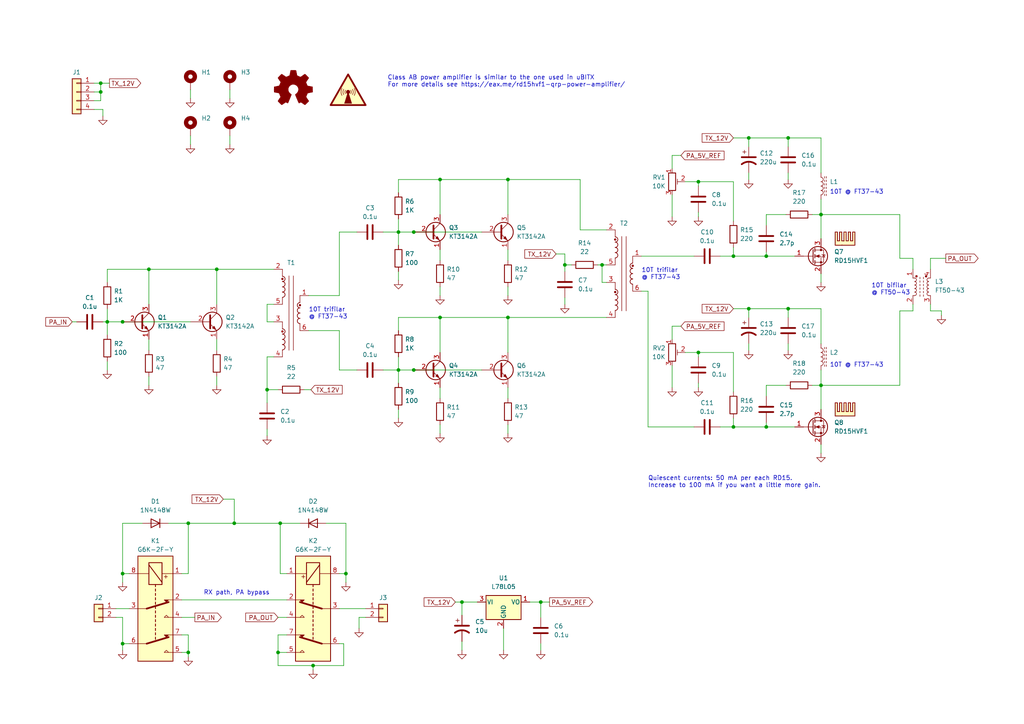
<source format=kicad_sch>
(kicad_sch (version 20230121) (generator eeschema)
  (paper "A4")
  (title_block (title "HBR/MK2 PA Board") (date "2024-02-03") (rev "1.0"))
  (lib_symbols
    (symbol "Connector_Generic:Conn_01x02" (pin_names (offset 1.016) hide)
      (property "Reference" "J" (at 0 2.54 0))
      (property "Value" "Conn_01x02" (at 0 -5.08 0))
      (symbol "Conn_01x02_1_1"
        (pin passive line (at -5.08 0 0) (length 3.81) (name "Pin_1") (number "1"))
        (pin passive line (at -5.08 -2.54 0) (length 3.81) (name "Pin_2") (number "2"))
      )
    )
    (symbol "Connector_Generic:Conn_01x04" (pin_names (offset 1.016) hide)
      (property "Reference" "J" (at 0 5.08 0))
      (property "Value" "Conn_01x04" (at 0 -7.62 0))
      (symbol "Conn_01x04_1_1"
        (pin passive line (at -5.08 2.54 0) (length 3.81) (name "Pin_1") (number "1"))
        (pin passive line (at -5.08 0 0) (length 3.81) (name "Pin_2") (number "2"))
        (pin passive line (at -5.08 -2.54 0) (length 3.81) (name "Pin_3") (number "3"))
        (pin passive line (at -5.08 -5.08 0) (length 3.81) (name "Pin_4") (number "4"))
      )
    )
    (symbol "Device:C" (pin_numbers hide) (pin_names (offset 0.254))
      (property "Reference" "C" (at 0.635 2.54 0))
      (property "Value" "C" (at 0.635 -2.54 0))
      (symbol "C_1_1"
        (pin passive line (at 0 3.81 270) (length 2.794) (name "~") (number "1"))
        (pin passive line (at 0 -3.81 90) (length 2.794) (name "~") (number "2"))
      )
    )
    (symbol "Device:C_Polarized_US" (pin_numbers hide) (pin_names (offset 0.254) hide)
      (property "Reference" "C" (at 0.635 2.54 0))
      (property "Value" "C_Polarized_US" (at 0.635 -2.54 0))
      (symbol "C_Polarized_US_1_1"
        (pin passive line (at 0 3.81 270) (length 2.794) (name "~") (number "1"))
        (pin passive line (at 0 -3.81 90) (length 3.302) (name "~") (number "2"))
      )
    )
    (symbol "Device:L_Ferrite" (pin_numbers hide) (pin_names (offset 1.016) hide)
      (property "Reference" "L" (at -1.27 0 90))
      (property "Value" "L_Ferrite" (at 2.794 0 90))
      (symbol "L_Ferrite_1_1"
        (pin passive line (at 0 3.81 270) (length 1.27) (name "1") (number "1"))
        (pin passive line (at 0 -3.81 90) (length 1.27) (name "2") (number "2"))
      )
    )
    (symbol "Device:L_Ferrite_Coupled_1243" (pin_names (offset 0.254) hide)
      (property "Reference" "L" (at 0 4.445 0))
      (property "Value" "L_Ferrite_Coupled_1243" (at 0 -4.445 0))
      (symbol "L_Ferrite_Coupled_1243_1_1"
        (pin passive line (at -5.08 2.54 0) (length 2.54) (name "1") (number "1"))
        (pin passive line (at 5.08 2.54 180) (length 2.54) (name "2") (number "2"))
        (pin passive line (at 5.08 -2.54 180) (length 2.54) (name "3") (number "3"))
        (pin passive line (at -5.08 -2.54 0) (length 2.54) (name "4") (number "4"))
      )
    )
    (symbol "Device:Q_NMOS_GSD" (pin_names (offset 0) hide)
      (property "Reference" "Q" (at 5.08 1.27 0))
      (property "Value" "Q_NMOS_GSD" (at 5.08 -1.27 0))
      (symbol "Q_NMOS_GSD_1_1"
        (pin input line (at -5.08 0 0) (length 2.54) (name "G") (number "1"))
        (pin passive line (at 2.54 -5.08 90) (length 2.54) (name "S") (number "2"))
        (pin passive line (at 2.54 5.08 270) (length 2.54) (name "D") (number "3"))
      )
    )
    (symbol "Device:Q_NPN_EBC" (pin_names (offset 0) hide)
      (property "Reference" "Q" (at 5.08 1.27 0))
      (property "Value" "Q_NPN_EBC" (at 5.08 -1.27 0))
      (symbol "Q_NPN_EBC_1_1"
        (pin passive line (at 2.54 -5.08 90) (length 2.54) (name "E") (number "1"))
        (pin passive line (at -5.08 0 0) (length 5.715) (name "B") (number "2"))
        (pin passive line (at 2.54 5.08 270) (length 2.54) (name "C") (number "3"))
      )
    )
    (symbol "Device:R" (pin_numbers hide) (pin_names (offset 0))
      (property "Reference" "R" (at 2.032 0 90))
      (property "Value" "R" (at 0 0 90))
      (symbol "R_1_1"
        (pin passive line (at 0 3.81 270) (length 1.27) (name "~") (number "1"))
        (pin passive line (at 0 -3.81 90) (length 1.27) (name "~") (number "2"))
      )
    )
    (symbol "Device:R_Potentiometer_Trim" (pin_names (offset 1.016) hide)
      (property "Reference" "RV" (at -4.445 0 90))
      (property "Value" "R_Potentiometer_Trim" (at -2.54 0 90))
      (symbol "R_Potentiometer_Trim_1_1"
        (pin passive line (at 0 3.81 270) (length 1.27) (name "1") (number "1"))
        (pin passive line (at 3.81 0 180) (length 1.27) (name "2") (number "2"))
        (pin passive line (at 0 -3.81 90) (length 1.27) (name "3") (number "3"))
      )
    )
    (symbol "Diode:1N4148W" (pin_numbers hide) (pin_names hide)
      (property "Reference" "D" (at 0 2.54 0))
      (property "Value" "1N4148W" (at 0 -2.54 0))
      (symbol "1N4148W_1_1"
        (pin passive line (at -3.81 0 0) (length 2.54) (name "K") (number "1"))
        (pin passive line (at 3.81 0 180) (length 2.54) (name "A") (number "2"))
      )
    )
    (symbol "Graphic:Logo_Open_Hardware_Small" (in_bom no) (on_board no))
    (symbol "Graphic:SYM_Radio_Waves_Large" (in_bom no) (on_board no))
    (symbol "Mechanical:Heatsink" (pin_names (offset 1.016))
      (property "Reference" "HS" (at 0 5.08 0))
      (property "Value" "Heatsink" (at 0 -1.27 0))
    )
    (symbol "Mechanical:MountingHole_Pad" (pin_numbers hide) (pin_names (offset 1.016) hide)
      (property "Reference" "H" (at 0 6.35 0))
      (property "Value" "MountingHole_Pad" (at 0 4.445 0))
      (symbol "MountingHole_Pad_1_1"
        (pin input line (at 0 -2.54 90) (length 2.54) (name "1") (number "1"))
      )
    )
    (symbol "Regulator_Linear:L78L05_TO92" (pin_names (offset 0.254))
      (property "Reference" "U" (at -3.81 3.175 0))
      (property "Value" "L78L05_TO92" (at 0 3.175 0))
      (symbol "L78L05_TO92_1_1"
        (pin power_out line (at 7.62 0 180) (length 2.54) (name "VO") (number "1"))
        (pin power_in line (at 0 -7.62 90) (length 2.54) (name "GND") (number "2"))
        (pin power_in line (at -7.62 0 0) (length 2.54) (name "VI") (number "3"))
      )
    )
    (symbol "Relay:G6K-2"
      (property "Reference" "K" (at 16.51 3.81 0))
      (property "Value" "G6K-2" (at 16.51 1.27 0))
      (symbol "G6K-2_0_0"
        (text "+" (at -9.271 2.921 0) (effects (font (size 1.27 1.27))))
      )
      (symbol "G6K-2_1_1"
        (pin passive line (at -10.16 7.62 270) (length 2.54) (name "~") (number "1"))
        (pin passive line (at -2.54 7.62 270) (length 2.54) (name "~") (number "2"))
        (pin passive line (at 0 -7.62 90) (length 2.54) (name "~") (number "3"))
        (pin passive line (at 2.54 7.62 270) (length 2.54) (name "~") (number "4"))
        (pin passive line (at 12.7 7.62 270) (length 2.54) (name "~") (number "5"))
        (pin passive line (at 10.16 -7.62 90) (length 2.54) (name "~") (number "6"))
        (pin passive line (at 7.62 7.62 270) (length 2.54) (name "~") (number "7"))
        (pin passive line (at -10.16 -7.62 90) (length 2.54) (name "~") (number "8"))
      )
    )
    (symbol "Transformer:P0926NL" (pin_names hide)
      (property "Reference" "T" (at 0 13.97 0))
      (property "Value" "P0926NL" (at 0 -13.97 0))
      (symbol "P0926NL_1_1"
        (pin passive line (at -5.08 5.08 0) (length 2.54) (name "~") (number "1"))
        (pin passive line (at 5.08 12.7 180) (length 2.54) (name "~") (number "2"))
        (pin passive line (at 5.08 -2.54 180) (length 2.54) (name "~") (number "3"))
        (pin passive line (at 5.08 -12.7 180) (length 2.54) (name "~") (number "4"))
        (pin passive line (at 5.08 2.54 180) (length 2.54) (name "~") (number "5"))
        (pin passive line (at -5.08 -5.08 0) (length 2.54) (name "~") (number "6"))
      )
    )
    (symbol "power:GND" (power) (pin_names (offset 0))
      (property "Value" "GND" (at 0 -3.81 0))
      (symbol "GND_1_1"
        (pin power_in line (at 0 0 270) (length 0) hide (name "GND") (number "1"))
      )
    )
  )
  (junction (at 238.125 62.23))
  (junction (at 212.725 123.825))
  (junction (at 147.32 92.075))
  (junction (at 212.725 74.295))
  (junction (at 133.985 174.625))
  (junction (at 127.635 52.07))
  (junction (at 217.17 89.535))
  (junction (at 115.57 67.31))
  (junction (at 217.17 40.005))
  (junction (at 127.635 92.075))
  (junction (at 147.32 52.07))
  (junction (at 31.115 93.345))
  (junction (at 81.28 151.765))
  (junction (at 156.845 174.625))
  (junction (at 174.625 76.835))
  (junction (at 222.25 74.295))
  (junction (at 67.945 151.765))
  (junction (at 29.21 24.13))
  (junction (at 120.015 67.31))
  (junction (at 202.565 102.235))
  (junction (at 62.865 78.105))
  (junction (at 228.6 89.535))
  (junction (at 54.61 151.765))
  (junction (at 77.47 113.03))
  (junction (at 43.18 78.105))
  (junction (at 80.645 189.23))
  (junction (at 120.015 107.315))
  (junction (at 100.33 166.37))
  (junction (at 54.61 189.23))
  (junction (at 163.83 76.835))
  (junction (at 90.805 193.04))
  (junction (at 115.57 107.315))
  (junction (at 238.125 111.76))
  (junction (at 222.25 123.825))
  (junction (at 228.6 40.005))
  (junction (at 35.56 93.345))
  (junction (at 35.56 186.69))
  (junction (at 35.56 166.37))
  (junction (at 29.21 26.67))
  (junction (at 202.565 52.705))
  (wire (pts (xy 89.535 95.885) (xy 98.425 95.885)))
  (wire (pts (xy 29.845 93.345) (xy 31.115 93.345)))
  (wire (pts (xy 115.57 52.07) (xy 127.635 52.07)))
  (wire (pts (xy 175.895 81.915) (xy 174.625 81.915)))
  (wire (pts (xy 80.645 193.04) (xy 80.645 189.23)))
  (wire (pts (xy 111.125 67.31) (xy 115.57 67.31)))
  (wire (pts (xy 217.17 99.695) (xy 217.17 101.6)))
  (wire (pts (xy 52.705 173.99) (xy 83.185 173.99)))
  (wire (pts (xy 104.14 179.07) (xy 106.045 179.07)))
  (wire (pts (xy 269.875 74.93) (xy 274.32 74.93)))
  (wire (pts (xy 115.57 63.5) (xy 115.57 67.31)))
  (wire (pts (xy 35.56 186.69) (xy 37.465 186.69)))
  (wire (pts (xy 127.635 72.39) (xy 127.635 75.565)))
  (wire (pts (xy 198.755 102.235) (xy 202.565 102.235)))
  (wire (pts (xy 77.47 116.84) (xy 77.47 113.03)))
  (wire (pts (xy 90.805 193.04) (xy 99.695 193.04)))
  (wire (pts (xy 43.18 78.105) (xy 43.18 88.265)))
  (wire (pts (xy 98.425 95.885) (xy 98.425 107.315)))
  (wire (pts (xy 147.32 112.395) (xy 147.32 115.57)))
  (wire (pts (xy 127.635 92.075) (xy 147.32 92.075)))
  (wire (pts (xy 35.56 93.345) (xy 55.245 93.345)))
  (wire (pts (xy 115.57 107.315) (xy 115.57 111.125)))
  (wire (pts (xy 235.585 62.23) (xy 238.125 62.23)))
  (wire (pts (xy 212.725 89.535) (xy 217.17 89.535)))
  (wire (pts (xy 230.505 123.825) (xy 222.25 123.825)))
  (wire (pts (xy 238.125 79.375) (xy 238.125 81.915)))
  (wire (pts (xy 54.61 184.15) (xy 52.705 184.15)))
  (wire (pts (xy 115.57 92.075) (xy 127.635 92.075)))
  (wire (pts (xy 222.25 111.76) (xy 227.965 111.76)))
  (wire (pts (xy 99.695 186.69) (xy 98.425 186.69)))
  (wire (pts (xy 186.055 74.295) (xy 201.295 74.295)))
  (wire (pts (xy 212.725 102.235) (xy 212.725 113.665)))
  (wire (pts (xy 31.115 104.775) (xy 31.115 107.315)))
  (wire (pts (xy 186.055 84.455) (xy 187.96 84.455)))
  (wire (pts (xy 228.6 89.535) (xy 228.6 92.075)))
  (wire (pts (xy 194.945 45.085) (xy 194.945 48.895)))
  (wire (pts (xy 100.33 166.37) (xy 100.33 151.765)))
  (wire (pts (xy 88.265 113.03) (xy 90.17 113.03)))
  (wire (pts (xy 29.21 26.67) (xy 29.21 24.13)))
  (wire (pts (xy 89.535 85.725) (xy 98.425 85.725)))
  (wire (pts (xy 54.61 190.5) (xy 54.61 189.23)))
  (wire (pts (xy 62.865 98.425) (xy 62.865 101.6)))
  (wire (pts (xy 208.915 74.295) (xy 212.725 74.295)))
  (wire (pts (xy 264.795 90.17) (xy 260.985 90.17)))
  (wire (pts (xy 27.305 24.13) (xy 29.21 24.13)))
  (wire (pts (xy 174.625 76.835) (xy 175.895 76.835)))
  (wire (pts (xy 168.275 66.675) (xy 175.895 66.675)))
  (wire (pts (xy 77.47 88.265) (xy 77.47 93.345)))
  (wire (pts (xy 54.61 151.765) (xy 48.895 151.765)))
  (wire (pts (xy 66.675 26.035) (xy 66.675 28.575)))
  (wire (pts (xy 31.115 93.345) (xy 35.56 93.345)))
  (wire (pts (xy 222.25 114.935) (xy 222.25 111.76)))
  (wire (pts (xy 202.565 52.705) (xy 202.565 53.975)))
  (wire (pts (xy 197.485 94.615) (xy 194.945 94.615)))
  (wire (pts (xy 174.625 81.915) (xy 174.625 76.835)))
  (wire (pts (xy 260.985 62.23) (xy 238.125 62.23)))
  (wire (pts (xy 264.795 88.265) (xy 264.795 90.17)))
  (wire (pts (xy 127.635 52.07) (xy 127.635 62.23)))
  (wire (pts (xy 235.585 111.76) (xy 238.125 111.76)))
  (wire (pts (xy 194.945 106.045) (xy 194.945 112.395)))
  (wire (pts (xy 163.83 86.36) (xy 163.83 88.265)))
  (wire (pts (xy 29.21 24.13) (xy 31.75 24.13)))
  (wire (pts (xy 80.645 189.23) (xy 80.645 184.15)))
  (wire (pts (xy 67.945 144.78) (xy 67.945 151.765)))
  (wire (pts (xy 147.32 92.075) (xy 147.32 102.235)))
  (wire (pts (xy 27.305 26.67) (xy 29.21 26.67)))
  (wire (pts (xy 147.32 52.07) (xy 147.32 62.23)))
  (wire (pts (xy 98.425 67.31) (xy 103.505 67.31)))
  (wire (pts (xy 62.865 109.22) (xy 62.865 111.76)))
  (wire (pts (xy 35.56 166.37) (xy 35.56 151.765)))
  (wire (pts (xy 156.845 186.69) (xy 156.845 188.595)))
  (wire (pts (xy 147.32 83.185) (xy 147.32 85.725)))
  (wire (pts (xy 147.32 123.19) (xy 147.32 125.73)))
  (wire (pts (xy 202.565 52.705) (xy 212.725 52.705)))
  (wire (pts (xy 222.25 123.825) (xy 222.25 122.555)))
  (wire (pts (xy 66.675 39.37) (xy 66.675 41.91)))
  (wire (pts (xy 217.17 89.535) (xy 228.6 89.535)))
  (wire (pts (xy 27.305 29.21) (xy 29.21 29.21)))
  (wire (pts (xy 238.125 128.905) (xy 238.125 131.445)))
  (wire (pts (xy 208.915 123.825) (xy 212.725 123.825)))
  (wire (pts (xy 100.33 166.37) (xy 98.425 166.37)))
  (wire (pts (xy 31.115 78.105) (xy 43.18 78.105)))
  (wire (pts (xy 202.565 102.235) (xy 202.565 103.505)))
  (wire (pts (xy 198.755 52.705) (xy 202.565 52.705)))
  (wire (pts (xy 54.61 189.23) (xy 54.61 184.15)))
  (wire (pts (xy 81.28 151.765) (xy 86.995 151.765)))
  (wire (pts (xy 79.375 88.265) (xy 77.47 88.265)))
  (wire (pts (xy 62.865 78.105) (xy 79.375 78.105)))
  (wire (pts (xy 29.21 29.21) (xy 29.21 26.67)))
  (wire (pts (xy 115.57 78.74) (xy 115.57 81.28)))
  (wire (pts (xy 127.635 112.395) (xy 127.635 115.57)))
  (wire (pts (xy 100.33 168.91) (xy 100.33 166.37)))
  (wire (pts (xy 133.985 174.625) (xy 133.985 178.435)))
  (wire (pts (xy 115.57 107.315) (xy 120.015 107.315)))
  (wire (pts (xy 77.47 124.46) (xy 77.47 126.365)))
  (wire (pts (xy 230.505 74.295) (xy 222.25 74.295)))
  (wire (pts (xy 228.6 99.695) (xy 228.6 101.6)))
  (wire (pts (xy 54.61 151.765) (xy 67.945 151.765)))
  (wire (pts (xy 273.05 90.17) (xy 269.875 90.17)))
  (wire (pts (xy 212.725 74.295) (xy 222.25 74.295)))
  (wire (pts (xy 187.96 123.825) (xy 201.295 123.825)))
  (wire (pts (xy 80.645 184.15) (xy 83.185 184.15)))
  (wire (pts (xy 269.875 90.17) (xy 269.875 88.265)))
  (wire (pts (xy 147.32 92.075) (xy 175.895 92.075)))
  (wire (pts (xy 35.56 179.07) (xy 35.56 186.69)))
  (wire (pts (xy 111.125 107.315) (xy 115.57 107.315)))
  (wire (pts (xy 115.57 103.505) (xy 115.57 107.315)))
  (wire (pts (xy 156.845 174.625) (xy 159.385 174.625)))
  (wire (pts (xy 147.32 52.07) (xy 168.275 52.07)))
  (wire (pts (xy 43.18 109.22) (xy 43.18 111.76)))
  (wire (pts (xy 269.875 78.105) (xy 269.875 74.93)))
  (wire (pts (xy 115.57 95.885) (xy 115.57 92.075)))
  (wire (pts (xy 238.125 111.76) (xy 238.125 118.745)))
  (wire (pts (xy 35.56 168.91) (xy 35.56 166.37)))
  (wire (pts (xy 228.6 89.535) (xy 238.125 89.535)))
  (wire (pts (xy 153.67 174.625) (xy 156.845 174.625)))
  (wire (pts (xy 197.485 45.085) (xy 194.945 45.085)))
  (wire (pts (xy 212.725 121.285) (xy 212.725 123.825)))
  (wire (pts (xy 43.18 78.105) (xy 62.865 78.105)))
  (wire (pts (xy 99.695 193.04) (xy 99.695 186.69)))
  (wire (pts (xy 217.17 89.535) (xy 217.17 92.075)))
  (wire (pts (xy 77.47 103.505) (xy 79.375 103.505)))
  (wire (pts (xy 77.47 113.03) (xy 77.47 103.505)))
  (wire (pts (xy 156.845 174.625) (xy 156.845 179.07)))
  (wire (pts (xy 202.565 102.235) (xy 212.725 102.235)))
  (wire (pts (xy 115.57 118.745) (xy 115.57 121.285)))
  (wire (pts (xy 163.83 73.66) (xy 163.83 76.835)))
  (wire (pts (xy 80.645 179.07) (xy 83.185 179.07)))
  (wire (pts (xy 35.56 179.07) (xy 33.655 179.07)))
  (wire (pts (xy 187.96 84.455) (xy 187.96 123.825)))
  (wire (pts (xy 127.635 83.185) (xy 127.635 85.725)))
  (wire (pts (xy 98.425 176.53) (xy 106.045 176.53)))
  (wire (pts (xy 260.985 74.93) (xy 260.985 62.23)))
  (wire (pts (xy 127.635 92.075) (xy 127.635 102.235)))
  (wire (pts (xy 31.115 81.915) (xy 31.115 78.105)))
  (wire (pts (xy 35.56 166.37) (xy 37.465 166.37)))
  (wire (pts (xy 115.57 67.31) (xy 120.015 67.31)))
  (wire (pts (xy 100.33 151.765) (xy 94.615 151.765)))
  (wire (pts (xy 127.635 52.07) (xy 147.32 52.07)))
  (wire (pts (xy 64.77 144.78) (xy 67.945 144.78)))
  (wire (pts (xy 132.08 174.625) (xy 133.985 174.625)))
  (wire (pts (xy 222.25 62.23) (xy 227.965 62.23)))
  (wire (pts (xy 52.705 166.37) (xy 54.61 166.37)))
  (wire (pts (xy 238.125 57.785) (xy 238.125 62.23)))
  (wire (pts (xy 77.47 113.03) (xy 80.645 113.03)))
  (wire (pts (xy 90.805 194.31) (xy 90.805 193.04)))
  (wire (pts (xy 202.565 61.595) (xy 202.565 62.865)))
  (wire (pts (xy 168.275 52.07) (xy 168.275 66.675)))
  (wire (pts (xy 212.725 52.705) (xy 212.725 64.135)))
  (wire (pts (xy 62.865 78.105) (xy 62.865 88.265)))
  (wire (pts (xy 80.645 189.23) (xy 83.185 189.23)))
  (wire (pts (xy 273.05 91.44) (xy 273.05 90.17)))
  (wire (pts (xy 238.125 62.23) (xy 238.125 69.215)))
  (wire (pts (xy 20.955 93.345) (xy 22.225 93.345)))
  (wire (pts (xy 238.125 89.535) (xy 238.125 99.695)))
  (wire (pts (xy 147.32 72.39) (xy 147.32 75.565)))
  (wire (pts (xy 194.945 56.515) (xy 194.945 62.865)))
  (wire (pts (xy 228.6 40.005) (xy 238.125 40.005)))
  (wire (pts (xy 264.795 74.93) (xy 260.985 74.93)))
  (wire (pts (xy 238.125 107.315) (xy 238.125 111.76)))
  (wire (pts (xy 133.985 174.625) (xy 138.43 174.625)))
  (wire (pts (xy 217.17 40.005) (xy 228.6 40.005)))
  (wire (pts (xy 194.945 94.615) (xy 194.945 98.425)))
  (wire (pts (xy 90.805 193.04) (xy 80.645 193.04)))
  (wire (pts (xy 98.425 85.725) (xy 98.425 67.31)))
  (wire (pts (xy 238.125 111.76) (xy 260.985 111.76)))
  (wire (pts (xy 31.115 89.535) (xy 31.115 93.345)))
  (wire (pts (xy 222.25 65.405) (xy 222.25 62.23)))
  (wire (pts (xy 55.245 26.035) (xy 55.245 28.575)))
  (wire (pts (xy 29.845 33.655) (xy 29.845 31.75)))
  (wire (pts (xy 264.795 78.105) (xy 264.795 74.93)))
  (wire (pts (xy 212.725 123.825) (xy 222.25 123.825)))
  (wire (pts (xy 120.015 107.315) (xy 139.7 107.315)))
  (wire (pts (xy 212.725 40.005) (xy 217.17 40.005)))
  (wire (pts (xy 228.6 50.165) (xy 228.6 52.07)))
  (wire (pts (xy 120.015 67.31) (xy 139.7 67.31)))
  (wire (pts (xy 228.6 40.005) (xy 228.6 42.545)))
  (wire (pts (xy 146.05 182.245) (xy 146.05 188.595)))
  (wire (pts (xy 83.185 166.37) (xy 81.28 166.37)))
  (wire (pts (xy 52.705 179.07) (xy 56.515 179.07)))
  (wire (pts (xy 202.565 111.125) (xy 202.565 112.395)))
  (wire (pts (xy 33.655 176.53) (xy 37.465 176.53)))
  (wire (pts (xy 55.245 39.37) (xy 55.245 41.91)))
  (wire (pts (xy 163.83 78.74) (xy 163.83 76.835)))
  (wire (pts (xy 212.725 71.755) (xy 212.725 74.295)))
  (wire (pts (xy 54.61 166.37) (xy 54.61 151.765)))
  (wire (pts (xy 217.17 50.165) (xy 217.17 52.07)))
  (wire (pts (xy 35.56 186.69) (xy 35.56 188.595)))
  (wire (pts (xy 27.305 31.75) (xy 29.845 31.75)))
  (wire (pts (xy 104.14 182.245) (xy 104.14 179.07)))
  (wire (pts (xy 98.425 107.315) (xy 103.505 107.315)))
  (wire (pts (xy 115.57 55.88) (xy 115.57 52.07)))
  (wire (pts (xy 77.47 93.345) (xy 79.375 93.345)))
  (wire (pts (xy 67.945 151.765) (xy 81.28 151.765)))
  (wire (pts (xy 217.17 40.005) (xy 217.17 42.545)))
  (wire (pts (xy 222.25 74.295) (xy 222.25 73.025)))
  (wire (pts (xy 31.115 93.345) (xy 31.115 97.155)))
  (wire (pts (xy 133.985 186.055) (xy 133.985 188.595)))
  (wire (pts (xy 260.985 90.17) (xy 260.985 111.76)))
  (wire (pts (xy 115.57 67.31) (xy 115.57 71.12)))
  (wire (pts (xy 52.705 189.23) (xy 54.61 189.23)))
  (wire (pts (xy 81.28 166.37) (xy 81.28 151.765)))
  (wire (pts (xy 35.56 151.765) (xy 41.275 151.765)))
  (wire (pts (xy 163.83 76.835) (xy 165.735 76.835)))
  (wire (pts (xy 161.29 73.66) (xy 163.83 73.66)))
  (wire (pts (xy 173.355 76.835) (xy 174.625 76.835)))
  (wire (pts (xy 127.635 123.19) (xy 127.635 125.73)))
  (wire (pts (xy 43.18 98.425) (xy 43.18 101.6)))
  (wire (pts (xy 238.125 40.005) (xy 238.125 50.165)))
  (text "10T trifilar\n@ FT37-43" (at 186.055 81.28 0) (effects (font (size 1.27 1.27)) (justify left bottom)))
  (text "10T bifilar\n@ FT50-43" (at 252.73 85.725 0) (effects (font (size 1.27 1.27)) (justify left bottom)))
  (text "10T @ FT37-43" (at 240.665 106.68 0) (effects (font (size 1.27 1.27)) (justify left bottom)))
  (text "Quiescent currents: 50 mA per each RD15.\nIncrease to 100 mA if you want a little more gain." (at 187.96 141.605 0) (effects (font (size 1.27 1.27)) (justify left bottom)))
  (text "RX path, PA bypass" (at 59.055 172.72 0) (effects (font (size 1.27 1.27)) (justify left bottom)))
  (text "10T trifilar\n@ FT37-43" (at 89.535 92.71 0) (effects (font (size 1.27 1.27)) (justify left bottom)))
  (text "Class AB power amplifier is similar to the one used in uBITX\nFor more details see https://eax.me/rd15hvf1-qrp-power-amplifier/" (at 112.395 25.4 0) (effects (font (size 1.27 1.27)) (justify left bottom)))
  (text "10T @ FT37-43" (at 240.665 56.515 0) (effects (font (size 1.27 1.27)) (justify left bottom)))
  (global_label "TX_12V" (shape input) (at 212.725 40.005 180) (property "Intersheetrefs" "${INTERSHEET_REFS}" (effects hide)))
  (global_label "PA_OUT" (shape input) (at 80.645 179.07 180) (property "Intersheetrefs" "${INTERSHEET_REFS}" (effects hide)))
  (global_label "TX_12V" (shape input) (at 132.08 174.625 180) (property "Intersheetrefs" "${INTERSHEET_REFS}" (effects hide)))
  (global_label "PA_OUT" (shape output) (at 274.32 74.93 0) (property "Intersheetrefs" "${INTERSHEET_REFS}" (effects hide)))
  (global_label "PA_IN" (shape input) (at 20.955 93.345 180) (property "Intersheetrefs" "${INTERSHEET_REFS}" (effects hide)))
  (global_label "PA_5V_REF" (shape input) (at 197.485 94.615 0) (property "Intersheetrefs" "${INTERSHEET_REFS}" (effects hide)))
  (global_label "TX_12V" (shape input) (at 212.725 89.535 180) (property "Intersheetrefs" "${INTERSHEET_REFS}" (effects hide)))
  (global_label "PA_IN" (shape output) (at 56.515 179.07 0) (property "Intersheetrefs" "${INTERSHEET_REFS}" (effects hide)))
  (global_label "PA_5V_REF" (shape input) (at 197.485 45.085 0) (property "Intersheetrefs" "${INTERSHEET_REFS}" (effects hide)))
  (global_label "TX_12V" (shape input) (at 64.77 144.78 180) (property "Intersheetrefs" "${INTERSHEET_REFS}" (effects hide)))
  (global_label "PA_5V_REF" (shape output) (at 159.385 174.625 0) (property "Intersheetrefs" "${INTERSHEET_REFS}" (effects hide)))
  (global_label "TX_12V" (shape output) (at 31.75 24.13 0) (property "Intersheetrefs" "${INTERSHEET_REFS}" (effects hide)))
  (global_label "TX_12V" (shape input) (at 90.17 113.03 0) (property "Intersheetrefs" "${INTERSHEET_REFS}" (effects hide)))
  (global_label "TX_12V" (shape input) (at 161.29 73.66 180) (property "Intersheetrefs" "${INTERSHEET_REFS}" (effects hide)))
  (symbol (lib_id "Mechanical:MountingHole_Pad") (at 55.245 36.83 0) (unit 1) (in_bom no)
    (property "Reference" "H2" (at 58.42 34.29 0) (effects (justify left)))
    (property "Value" "MountingHole_Pad" (effects hide))
    (property "Footprint" "MountingHole:MountingHole_3.5mm_Pad_Via" (effects hide))
  )
  (symbol (lib_id "power:GND") (at 127.635 85.725 0) (unit 1)
    (property "Reference" "#PWR016" (effects hide))
    (property "Value" "GND" (effects hide))
  )
  (symbol (lib_id "Device:R") (at 212.725 67.945 180) (unit 1)
    (property "Reference" "R15" (at 214.63 66.675 0) (effects (justify right)))
    (property "Value" "220" (at 214.63 69.215 0) (effects (justify right)))
    (property "Footprint" "Resistor_SMD:R_0805_2012Metric_Pad1.20x1.40mm_HandSolder" (effects hide))
  )
  (symbol (lib_id "Connector_Generic:Conn_01x02") (at 111.125 176.53 0) (unit 1) (in_bom no)
    (property "Reference" "J3" (at 111.125 173.355 0))
    (property "Value" "Conn_01x02" (effects hide))
    (property "Footprint" "Connector_PinHeader_2.54mm:PinHeader_1x02_P2.54mm_Vertical" (effects hide))
  )
  (symbol (lib_id "Device:L_Ferrite_Coupled_1243") (at 267.335 83.185 90) (mirror x) (unit 1)
    (property "Reference" "L3" (at 271.145 81.661 90) (effects (justify right)))
    (property "Value" "FT50-43" (at 271.145 84.201 90) (effects (justify right)))
    (property "Footprint" "Package_DIP:DIP-4_W10.16mm" (effects hide))
  )
  (symbol (lib_id "power:GND") (at 100.33 168.91 0) (mirror y) (unit 1)
    (property "Reference" "#PWR012" (effects hide))
    (property "Value" "GND" (effects hide))
  )
  (symbol (lib_id "Transformer:P0926NL") (at 180.975 79.375 0) (mirror y) (unit 1)
    (property "Reference" "T2" (at 180.975 64.77 0))
    (property "Value" "FT37-43" (effects hide))
    (property "Footprint" "Package_DIP:DIP-6_W7.62mm" (effects hide))
    (property "Datasheet" "https://productfinder.pulseeng.com/products/datasheets/SPM2007_61.pdf" (effects hide))
  )
  (symbol (lib_id "power:GND") (at 55.245 41.91 0) (unit 1)
    (property "Reference" "#PWR07" (effects hide))
    (property "Value" "GND" (effects hide))
  )
  (symbol (lib_id "power:GND") (at 217.17 52.07 0) (unit 1)
    (property "Reference" "#PWR028" (effects hide))
    (property "Value" "GND" (effects hide))
  )
  (symbol (lib_id "power:GND") (at 273.05 91.44 0) (unit 1)
    (property "Reference" "#PWR034" (effects hide))
    (property "Value" "GND" (effects hide))
  )
  (symbol (lib_id "power:GND") (at 43.18 111.76 0) (unit 1)
    (property "Reference" "#PWR05" (effects hide))
    (property "Value" "GND" (effects hide))
  )
  (symbol (lib_id "power:GND") (at 29.845 33.655 0) (unit 1)
    (property "Reference" "#PWR01" (effects hide))
    (property "Value" "GND" (effects hide))
  )
  (symbol (lib_id "Device:R") (at 31.115 85.725 0) (unit 1)
    (property "Reference" "R1" (at 33.02 84.455 0) (effects (justify left)))
    (property "Value" "1K" (at 33.02 86.995 0) (effects (justify left)))
    (property "Footprint" "Resistor_SMD:R_0805_2012Metric_Pad1.20x1.40mm_HandSolder" (effects hide))
  )
  (symbol (lib_id "power:GND") (at 35.56 168.91 0) (unit 1)
    (property "Reference" "#PWR04" (effects hide))
    (property "Value" "GND" (effects hide))
  )
  (symbol (lib_id "Device:C") (at 202.565 107.315 0) (unit 1)
    (property "Reference" "C9" (at 206.375 106.045 0) (effects (justify left)))
    (property "Value" "0.1u" (at 206.375 108.585 0) (effects (justify left)))
    (property "Footprint" "Capacitor_SMD:C_0805_2012Metric_Pad1.18x1.45mm_HandSolder" (effects hide))
  )
  (symbol (lib_id "power:GND") (at 228.6 52.07 0) (unit 1)
    (property "Reference" "#PWR030" (effects hide))
    (property "Value" "GND" (effects hide))
  )
  (symbol (lib_id "Device:R") (at 127.635 119.38 0) (unit 1)
    (property "Reference" "R11" (at 129.54 118.11 0) (effects (justify left)))
    (property "Value" "47" (at 129.54 120.65 0) (effects (justify left)))
    (property "Footprint" "Resistor_SMD:R_0805_2012Metric_Pad1.20x1.40mm_HandSolder" (effects hide))
  )
  (symbol (lib_id "Mechanical:MountingHole_Pad") (at 55.245 23.495 0) (unit 1) (in_bom no)
    (property "Reference" "H1" (at 58.42 20.955 0) (effects (justify left)))
    (property "Value" "MountingHole_Pad" (effects hide))
    (property "Footprint" "MountingHole:MountingHole_3.5mm_Pad_Via" (effects hide))
  )
  (symbol (lib_id "power:GND") (at 228.6 101.6 0) (unit 1)
    (property "Reference" "#PWR031" (effects hide))
    (property "Value" "GND" (effects hide))
  )
  (symbol (lib_id "power:GND") (at 115.57 81.28 0) (unit 1)
    (property "Reference" "#PWR014" (effects hide))
    (property "Value" "GND" (effects hide))
  )
  (symbol (lib_id "Device:C_Polarized_US") (at 217.17 95.885 0) (unit 1)
    (property "Reference" "C13" (at 220.345 93.98 0) (effects (justify left)))
    (property "Value" "220u" (at 220.345 96.52 0) (effects (justify left)))
    (property "Footprint" "Capacitor_SMD:CP_Elec_8x10.5" (effects hide))
  )
  (symbol (lib_id "Device:R") (at 127.635 79.375 0) (unit 1)
    (property "Reference" "R10" (at 129.54 78.105 0) (effects (justify left)))
    (property "Value" "47" (at 129.54 80.645 0) (effects (justify left)))
    (property "Footprint" "Resistor_SMD:R_0805_2012Metric_Pad1.20x1.40mm_HandSolder" (effects hide))
  )
  (symbol (lib_id "Device:R") (at 115.57 114.935 0) (unit 1)
    (property "Reference" "R9" (at 117.475 113.665 0) (effects (justify left)))
    (property "Value" "100" (at 117.475 116.205 0) (effects (justify left)))
    (property "Footprint" "Resistor_SMD:R_0805_2012Metric_Pad1.20x1.40mm_HandSolder" (effects hide))
  )
  (symbol (lib_id "power:GND") (at 104.14 182.245 0) (mirror y) (unit 1)
    (property "Reference" "#PWR013" (effects hide))
    (property "Value" "GND" (effects hide))
  )
  (symbol (lib_id "Device:Q_NPN_EBC") (at 144.78 107.315 0) (unit 1)
    (property "Reference" "Q6" (at 149.86 106.045 0) (effects (justify left)))
    (property "Value" "KT3142A" (at 149.86 108.585 0) (effects (justify left)))
    (property "Footprint" "Package_TO_SOT_THT:TO-18-3" (effects hide))
  )
  (symbol (lib_id "Device:C") (at 202.565 57.785 0) (unit 1)
    (property "Reference" "C8" (at 206.375 56.515 0) (effects (justify left)))
    (property "Value" "0.1u" (at 206.375 59.055 0) (effects (justify left)))
    (property "Footprint" "Capacitor_SMD:C_0805_2012Metric_Pad1.18x1.45mm_HandSolder" (effects hide))
  )
  (symbol (lib_id "power:GND") (at 115.57 121.285 0) (unit 1)
    (property "Reference" "#PWR015" (effects hide))
    (property "Value" "GND" (effects hide))
  )
  (symbol (lib_id "Device:C") (at 228.6 95.885 0) (unit 1)
    (property "Reference" "C17" (at 232.41 94.615 0) (effects (justify left)))
    (property "Value" "0.1u" (at 232.41 97.155 0) (effects (justify left)))
    (property "Footprint" "Capacitor_SMD:C_0805_2012Metric_Pad1.18x1.45mm_HandSolder" (effects hide))
  )
  (symbol (lib_id "power:GND") (at 133.985 188.595 0) (unit 1)
    (property "Reference" "#PWR018" (effects hide))
    (property "Value" "GND" (effects hide))
  )
  (symbol (lib_id "Device:C") (at 228.6 46.355 0) (unit 1)
    (property "Reference" "C16" (at 232.41 45.085 0) (effects (justify left)))
    (property "Value" "0.1u" (at 232.41 47.625 0) (effects (justify left)))
    (property "Footprint" "Capacitor_SMD:C_0805_2012Metric_Pad1.18x1.45mm_HandSolder" (effects hide))
  )
  (symbol (lib_id "Relay:G6K-2") (at 90.805 176.53 90) (mirror x) (unit 1)
    (property "Reference" "K2" (at 90.805 156.845 90))
    (property "Value" "G6K-2F-Y" (at 90.805 159.385 90))
    (property "Footprint" "Relay_SMD:Relay_DPDT_Omron_G6K-2F-Y" (effects hide))
    (property "Datasheet" "http://omronfs.omron.com/en_US/ecb/products/pdf/en-g6k.pdf" (effects hide))
  )
  (symbol (lib_id "Connector_Generic:Conn_01x04") (at 22.225 26.67 0) (mirror y) (unit 1) (in_bom no)
    (property "Reference" "J1" (at 22.225 20.955 0))
    (property "Value" "Conn_01x04" (effects hide))
    (property "Footprint" "Connector_PinHeader_2.54mm:PinHeader_1x04_P2.54mm_Vertical" (effects hide))
  )
  (symbol (lib_id "Device:R") (at 147.32 79.375 0) (unit 1)
    (property "Reference" "R12" (at 149.225 78.105 0) (effects (justify left)))
    (property "Value" "47" (at 149.225 80.645 0) (effects (justify left)))
    (property "Footprint" "Resistor_SMD:R_0805_2012Metric_Pad1.20x1.40mm_HandSolder" (effects hide))
  )
  (symbol (lib_id "Device:C") (at 163.83 82.55 0) (unit 1)
    (property "Reference" "C7" (at 167.64 81.28 0) (effects (justify left)))
    (property "Value" "0.1u" (at 167.64 83.82 0) (effects (justify left)))
    (property "Footprint" "Capacitor_SMD:C_0805_2012Metric_Pad1.18x1.45mm_HandSolder" (effects hide))
  )
  (symbol (lib_id "power:GND") (at 156.845 188.595 0) (unit 1)
    (property "Reference" "#PWR022" (effects hide))
    (property "Value" "GND" (effects hide))
  )
  (symbol (lib_id "power:GND") (at 127.635 125.73 0) (unit 1)
    (property "Reference" "#PWR017" (effects hide))
    (property "Value" "GND" (effects hide))
  )
  (symbol (lib_id "Device:R") (at 62.865 105.41 0) (unit 1)
    (property "Reference" "R4" (at 64.77 104.14 0) (effects (justify left)))
    (property "Value" "47" (at 64.77 106.68 0) (effects (justify left)))
    (property "Footprint" "Resistor_SMD:R_0805_2012Metric_Pad1.20x1.40mm_HandSolder" (effects hide))
  )
  (symbol (lib_id "power:GND") (at 238.125 81.915 0) (unit 1)
    (property "Reference" "#PWR032" (effects hide))
    (property "Value" "GND" (effects hide))
  )
  (symbol (lib_id "Device:R") (at 169.545 76.835 90) (unit 1)
    (property "Reference" "R14" (at 169.545 70.485 90))
    (property "Value" "22" (at 169.545 73.025 90))
    (property "Footprint" "Resistor_SMD:R_0805_2012Metric_Pad1.20x1.40mm_HandSolder" (effects hide))
  )
  (symbol (lib_id "Device:Q_NPN_EBC") (at 40.64 93.345 0) (unit 1)
    (property "Reference" "Q1" (at 45.72 92.075 0) (effects (justify left)))
    (property "Value" "KT3142A" (at 45.72 94.615 0) (effects (justify left)))
    (property "Footprint" "Package_TO_SOT_THT:TO-18-3" (effects hide))
  )
  (symbol (lib_id "power:GND") (at 147.32 85.725 0) (unit 1)
    (property "Reference" "#PWR020" (effects hide))
    (property "Value" "GND" (effects hide))
  )
  (symbol (lib_id "power:GND") (at 202.565 62.865 0) (unit 1)
    (property "Reference" "#PWR026" (effects hide))
    (property "Value" "GND" (effects hide))
  )
  (symbol (lib_id "power:GND") (at 31.115 107.315 0) (unit 1)
    (property "Reference" "#PWR02" (effects hide))
    (property "Value" "GND" (effects hide))
  )
  (symbol (lib_id "Device:C_Polarized_US") (at 217.17 46.355 0) (unit 1)
    (property "Reference" "C12" (at 220.345 44.45 0) (effects (justify left)))
    (property "Value" "220u" (at 220.345 46.99 0) (effects (justify left)))
    (property "Footprint" "Capacitor_SMD:CP_Elec_8x10.5" (effects hide))
  )
  (symbol (lib_id "power:GND") (at 35.56 188.595 0) (unit 1)
    (property "Reference" "#PWR03" (effects hide))
    (property "Value" "GND" (effects hide))
  )
  (symbol (lib_id "Device:R") (at 115.57 74.93 0) (unit 1)
    (property "Reference" "R7" (at 117.475 73.66 0) (effects (justify left)))
    (property "Value" "100" (at 117.475 76.2 0) (effects (justify left)))
    (property "Footprint" "Resistor_SMD:R_0805_2012Metric_Pad1.20x1.40mm_HandSolder" (effects hide))
  )
  (symbol (lib_id "power:GND") (at 66.675 28.575 0) (unit 1)
    (property "Reference" "#PWR09" (effects hide))
    (property "Value" "GND" (effects hide))
  )
  (symbol (lib_id "Diode:1N4148W") (at 90.805 151.765 0) (unit 1)
    (property "Reference" "D2" (at 90.805 145.415 0))
    (property "Value" "1N4148W" (at 90.805 147.955 0))
    (property "Footprint" "Diode_SMD:D_SOD-123" (effects hide))
    (property "Datasheet" "https://www.vishay.com/docs/85748/1n4148w.pdf" (effects hide))
    (property "Sim.Device" "D" (effects hide))
    (property "Sim.Pins" "1=K 2=A" (effects hide))
  )
  (symbol (lib_id "Device:C") (at 205.105 123.825 90) (unit 1)
    (property "Reference" "C11" (at 205.105 116.84 90))
    (property "Value" "0.1u" (at 205.105 119.38 90))
    (property "Footprint" "Capacitor_SMD:C_0805_2012Metric_Pad1.18x1.45mm_HandSolder" (effects hide))
  )
  (symbol (lib_id "Device:R") (at 115.57 59.69 0) (unit 1)
    (property "Reference" "R6" (at 117.475 58.42 0) (effects (justify left)))
    (property "Value" "1K" (at 117.475 60.96 0) (effects (justify left)))
    (property "Footprint" "Resistor_SMD:R_0805_2012Metric_Pad1.20x1.40mm_HandSolder" (effects hide))
  )
  (symbol (lib_id "Device:R") (at 212.725 117.475 180) (unit 1)
    (property "Reference" "R16" (at 214.63 116.205 0) (effects (justify right)))
    (property "Value" "220" (at 214.63 118.745 0) (effects (justify right)))
    (property "Footprint" "Resistor_SMD:R_0805_2012Metric_Pad1.20x1.40mm_HandSolder" (effects hide))
  )
  (symbol (lib_id "power:GND") (at 62.865 111.76 0) (unit 1)
    (property "Reference" "#PWR08" (effects hide))
    (property "Value" "GND" (effects hide))
  )
  (symbol (lib_id "Device:R_Potentiometer_Trim") (at 194.945 102.235 0) (unit 1)
    (property "Reference" "RV2" (at 193.04 100.965 0) (effects (justify right)))
    (property "Value" "10K" (at 193.04 103.505 0) (effects (justify right)))
    (property "Footprint" "Potentiometer_THT:Potentiometer_Bourns_3296W_Vertical" (effects hide))
  )
  (symbol (lib_id "Device:C") (at 107.315 107.315 90) (unit 1)
    (property "Reference" "C4" (at 107.315 100.33 90))
    (property "Value" "0.1u" (at 107.315 102.87 90))
    (property "Footprint" "Capacitor_SMD:C_0805_2012Metric_Pad1.18x1.45mm_HandSolder" (effects hide))
  )
  (symbol (lib_id "Device:Q_NPN_EBC") (at 60.325 93.345 0) (unit 1)
    (property "Reference" "Q2" (at 65.405 92.075 0) (effects (justify left)))
    (property "Value" "KT3142A" (at 65.405 94.615 0) (effects (justify left)))
    (property "Footprint" "Package_TO_SOT_THT:TO-18-3" (effects hide))
  )
  (symbol (lib_id "Device:R") (at 43.18 105.41 0) (unit 1)
    (property "Reference" "R3" (at 45.085 104.14 0) (effects (justify left)))
    (property "Value" "47" (at 45.085 106.68 0) (effects (justify left)))
    (property "Footprint" "Resistor_SMD:R_0805_2012Metric_Pad1.20x1.40mm_HandSolder" (effects hide))
  )
  (symbol (lib_id "Connector_Generic:Conn_01x02") (at 28.575 176.53 0) (mirror y) (unit 1) (in_bom no)
    (property "Reference" "J2" (at 28.575 173.355 0))
    (property "Value" "Conn_01x02" (effects hide))
    (property "Footprint" "Connector_PinHeader_2.54mm:PinHeader_1x02_P2.54mm_Vertical" (effects hide))
  )
  (symbol (lib_id "power:GND") (at 146.05 188.595 0) (unit 1)
    (property "Reference" "#PWR019" (effects hide))
    (property "Value" "GND" (effects hide))
  )
  (symbol (lib_id "Regulator_Linear:L78L05_TO92") (at 146.05 174.625 0) (unit 1)
    (property "Reference" "U1" (at 146.05 167.64 0))
    (property "Value" "L78L05" (at 146.05 170.18 0))
    (property "Footprint" "Package_TO_SOT_THT:TO-92_HandSolder" (effects hide))
    (property "Datasheet" "http://www.st.com/content/ccc/resource/technical/document/datasheet/15/55/e5/aa/23/5b/43/fd/CD00000446.pdf/files/CD00000446.pdf/jcr:content/translations/en.CD00000446.pdf" (effects hide))
  )
  (symbol (lib_id "Device:R") (at 147.32 119.38 0) (unit 1)
    (property "Reference" "R13" (at 149.225 118.11 0) (effects (justify left)))
    (property "Value" "47" (at 149.225 120.65 0) (effects (justify left)))
    (property "Footprint" "Resistor_SMD:R_0805_2012Metric_Pad1.20x1.40mm_HandSolder" (effects hide))
  )
  (symbol (lib_id "Graphic:Logo_Open_Hardware_Small") (at 85.09 26.035 0) (unit 1) (in_bom no)
    (property "Reference" "SYM1" (effects hide))
    (property "Value" "Logo_Open_Hardware_Small" (effects hide))
    (property "Footprint" "Symbol:OSHW-Logo2_9.8x8mm_SilkScreen" (effects hide))
    (property "Sim.Enable" "0" (effects hide))
  )
  (symbol (lib_id "Device:R") (at 231.775 62.23 90) (unit 1)
    (property "Reference" "R17" (at 231.775 55.88 90))
    (property "Value" "220" (at 231.775 58.42 90))
    (property "Footprint" "Resistor_SMD:R_0805_2012Metric_Pad1.20x1.40mm_HandSolder" (effects hide))
  )
  (symbol (lib_id "power:GND") (at 202.565 112.395 0) (unit 1)
    (property "Reference" "#PWR027" (effects hide))
    (property "Value" "GND" (effects hide))
  )
  (symbol (lib_id "Device:C_Polarized_US") (at 133.985 182.245 0) (unit 1)
    (property "Reference" "C5" (at 137.795 180.34 0) (effects (justify left)))
    (property "Value" "10u" (at 137.795 182.88 0) (effects (justify left)))
    (property "Footprint" "Capacitor_SMD:CP_Elec_4x5.4" (effects hide))
  )
  (symbol (lib_id "Mechanical:Heatsink") (at 245.11 120.65 0) (unit 1) (in_bom no) (on_board no)
    (property "Reference" "HS2" (effects hide))
    (property "Value" "Heatsink" (effects hide))
  )
  (symbol (lib_id "Device:C") (at 222.25 118.745 0) (unit 1)
    (property "Reference" "C15" (at 226.06 117.475 0) (effects (justify left)))
    (property "Value" "2.7p" (at 226.06 120.015 0) (effects (justify left)))
    (property "Footprint" "Capacitor_SMD:C_0805_2012Metric_Pad1.18x1.45mm_HandSolder" (effects hide))
  )
  (symbol (lib_id "Device:C") (at 77.47 120.65 0) (unit 1)
    (property "Reference" "C2" (at 81.28 119.38 0) (effects (justify left)))
    (property "Value" "0.1u" (at 81.28 121.92 0) (effects (justify left)))
    (property "Footprint" "Capacitor_SMD:C_0805_2012Metric_Pad1.18x1.45mm_HandSolder" (effects hide))
  )
  (symbol (lib_id "Device:R") (at 31.115 100.965 0) (unit 1)
    (property "Reference" "R2" (at 33.02 99.695 0) (effects (justify left)))
    (property "Value" "100" (at 33.02 102.235 0) (effects (justify left)))
    (property "Footprint" "Resistor_SMD:R_0805_2012Metric_Pad1.20x1.40mm_HandSolder" (effects hide))
  )
  (symbol (lib_id "Mechanical:Heatsink") (at 245.11 71.12 0) (unit 1) (in_bom no) (on_board no)
    (property "Reference" "HS1" (effects hide))
    (property "Value" "Heatsink" (effects hide))
  )
  (symbol (lib_id "Transformer:P0926NL") (at 84.455 90.805 0) (mirror y) (unit 1)
    (property "Reference" "T1" (at 84.455 76.2 0))
    (property "Value" "FT37-43" (effects hide))
    (property "Footprint" "Package_DIP:DIP-6_W7.62mm" (effects hide))
    (property "Datasheet" "https://productfinder.pulseeng.com/products/datasheets/SPM2007_61.pdf" (effects hide))
  )
  (symbol (lib_id "Device:L_Ferrite") (at 238.125 53.975 0) (unit 1)
    (property "Reference" "L1" (at 240.665 52.705 0) (effects (justify left)))
    (property "Value" "FT37-43" (effects hide))
    (property "Footprint" "Inductor_THT:L_Toroid_Vertical_L10.0mm_W5.0mm_P5.08mm" (effects hide))
  )
  (symbol (lib_id "power:GND") (at 66.675 41.91 0) (unit 1)
    (property "Reference" "#PWR010" (effects hide))
    (property "Value" "GND" (effects hide))
  )
  (symbol (lib_id "Device:R_Potentiometer_Trim") (at 194.945 52.705 0) (unit 1)
    (property "Reference" "RV1" (at 193.04 51.435 0) (effects (justify right)))
    (property "Value" "10K" (at 193.04 53.975 0) (effects (justify right)))
    (property "Footprint" "Potentiometer_THT:Potentiometer_Bourns_3296W_Vertical" (effects hide))
  )
  (symbol (lib_id "Device:C") (at 156.845 182.88 0) (unit 1)
    (property "Reference" "C6" (at 160.655 181.61 0) (effects (justify left)))
    (property "Value" "0.1u" (at 160.655 184.15 0) (effects (justify left)))
    (property "Footprint" "Capacitor_SMD:C_0805_2012Metric_Pad1.18x1.45mm_HandSolder" (effects hide))
  )
  (symbol (lib_id "Device:C") (at 205.105 74.295 90) (unit 1)
    (property "Reference" "C10" (at 205.105 67.31 90))
    (property "Value" "0.1u" (at 205.105 69.85 90))
    (property "Footprint" "Capacitor_SMD:C_0805_2012Metric_Pad1.18x1.45mm_HandSolder" (effects hide))
  )
  (symbol (lib_id "Device:C") (at 222.25 69.215 0) (unit 1)
    (property "Reference" "C14" (at 226.06 67.945 0) (effects (justify left)))
    (property "Value" "2.7p" (at 226.06 70.485 0) (effects (justify left)))
    (property "Footprint" "Capacitor_SMD:C_0805_2012Metric_Pad1.18x1.45mm_HandSolder" (effects hide))
  )
  (symbol (lib_id "Mechanical:MountingHole_Pad") (at 66.675 23.495 0) (unit 1) (in_bom no)
    (property "Reference" "H3" (at 69.85 20.955 0) (effects (justify left)))
    (property "Value" "MountingHole_Pad" (effects hide))
    (property "Footprint" "MountingHole:MountingHole_3.5mm_Pad_Via" (effects hide))
  )
  (symbol (lib_id "Device:Q_NMOS_GSD") (at 235.585 74.295 0) (unit 1)
    (property "Reference" "Q7" (at 241.935 73.025 0) (effects (justify left)))
    (property "Value" "RD15HVF1" (at 241.935 75.565 0) (effects (justify left)))
    (property "Footprint" "Package_TO_SOT_THT:TO-220-3_Horizontal_TabDown" (effects hide))
  )
  (symbol (lib_id "Device:R") (at 115.57 99.695 0) (unit 1)
    (property "Reference" "R8" (at 117.475 98.425 0) (effects (justify left)))
    (property "Value" "1K" (at 117.475 100.965 0) (effects (justify left)))
    (property "Footprint" "Resistor_SMD:R_0805_2012Metric_Pad1.20x1.40mm_HandSolder" (effects hide))
  )
  (symbol (lib_id "Device:Q_NPN_EBC") (at 144.78 67.31 0) (unit 1)
    (property "Reference" "Q5" (at 149.86 66.04 0) (effects (justify left)))
    (property "Value" "KT3142A" (at 149.86 68.58 0) (effects (justify left)))
    (property "Footprint" "Package_TO_SOT_THT:TO-18-3" (effects hide))
  )
  (symbol (lib_id "power:GND") (at 238.125 131.445 0) (unit 1)
    (property "Reference" "#PWR033" (effects hide))
    (property "Value" "GND" (effects hide))
  )
  (symbol (lib_id "Device:L_Ferrite") (at 238.125 103.505 0) (unit 1)
    (property "Reference" "L2" (at 240.665 102.235 0) (effects (justify left)))
    (property "Value" "FT37-43" (effects hide))
    (property "Footprint" "Inductor_THT:L_Toroid_Vertical_L10.0mm_W5.0mm_P5.08mm" (effects hide))
  )
  (symbol (lib_id "power:GND") (at 55.245 28.575 0) (unit 1)
    (property "Reference" "#PWR06" (effects hide))
    (property "Value" "GND" (effects hide))
  )
  (symbol (lib_id "Device:R") (at 84.455 113.03 90) (unit 1)
    (property "Reference" "R5" (at 84.455 106.68 90))
    (property "Value" "22" (at 84.455 109.22 90))
    (property "Footprint" "Resistor_SMD:R_0805_2012Metric_Pad1.20x1.40mm_HandSolder" (effects hide))
  )
  (symbol (lib_id "Device:Q_NPN_EBC") (at 125.095 107.315 0) (unit 1)
    (property "Reference" "Q4" (at 130.175 106.045 0) (effects (justify left)))
    (property "Value" "KT3142A" (at 130.175 108.585 0) (effects (justify left)))
    (property "Footprint" "Package_TO_SOT_THT:TO-18-3" (effects hide))
  )
  (symbol (lib_id "Device:C") (at 107.315 67.31 90) (unit 1)
    (property "Reference" "C3" (at 107.315 60.325 90))
    (property "Value" "0.1u" (at 107.315 62.865 90))
    (property "Footprint" "Capacitor_SMD:C_0805_2012Metric_Pad1.18x1.45mm_HandSolder" (effects hide))
  )
  (symbol (lib_id "power:GND") (at 194.945 112.395 0) (unit 1)
    (property "Reference" "#PWR025" (effects hide))
    (property "Value" "GND" (effects hide))
  )
  (symbol (lib_id "power:GND") (at 147.32 125.73 0) (unit 1)
    (property "Reference" "#PWR021" (effects hide))
    (property "Value" "GND" (effects hide))
  )
  (symbol (lib_id "Relay:G6K-2") (at 45.085 176.53 270) (unit 1)
    (property "Reference" "K1" (at 45.085 156.845 90))
    (property "Value" "G6K-2F-Y" (at 45.085 159.385 90))
    (property "Footprint" "Relay_SMD:Relay_DPDT_Omron_G6K-2F-Y" (effects hide))
    (property "Datasheet" "http://omronfs.omron.com/en_US/ecb/products/pdf/en-g6k.pdf" (effects hide))
  )
  (symbol (lib_id "power:GND") (at 77.47 126.365 0) (unit 1)
    (property "Reference" "#PWR011" (effects hide))
    (property "Value" "GND" (effects hide))
  )
  (symbol (lib_id "Graphic:SYM_Radio_Waves_Large") (at 100.965 25.4 0) (unit 1) (in_bom no)
    (property "Reference" "SYM2" (effects hide))
    (property "Value" "SYM_Radio_Waves_Large" (effects hide))
    (property "Footprint" "Symbol:KiCad-Logo2_5mm_SilkScreen" (effects hide))
    (property "Sim.Enable" "0" (effects hide))
  )
  (symbol (lib_id "power:GND") (at 90.805 194.31 0) (unit 1)
    (property "Reference" "#PWR035" (effects hide))
    (property "Value" "GND" (effects hide))
  )
  (symbol (lib_id "Mechanical:MountingHole_Pad") (at 66.675 36.83 0) (unit 1) (in_bom no)
    (property "Reference" "H4" (at 69.85 34.29 0) (effects (justify left)))
    (property "Value" "MountingHole_Pad" (effects hide))
    (property "Footprint" "MountingHole:MountingHole_3.5mm_Pad_Via" (effects hide))
  )
  (symbol (lib_id "Device:Q_NMOS_GSD") (at 235.585 123.825 0) (unit 1)
    (property "Reference" "Q8" (at 241.935 122.555 0) (effects (justify left)))
    (property "Value" "RD15HVF1" (at 241.935 125.095 0) (effects (justify left)))
    (property "Footprint" "Package_TO_SOT_THT:TO-220-3_Horizontal_TabDown" (effects hide))
  )
  (symbol (lib_id "power:GND") (at 163.83 88.265 0) (unit 1)
    (property "Reference" "#PWR023" (effects hide))
    (property "Value" "GND" (effects hide))
  )
  (symbol (lib_id "power:GND") (at 217.17 101.6 0) (unit 1)
    (property "Reference" "#PWR029" (effects hide))
    (property "Value" "GND" (effects hide))
  )
  (symbol (lib_id "Device:C") (at 26.035 93.345 90) (unit 1)
    (property "Reference" "C1" (at 26.035 86.36 90))
    (property "Value" "0.1u" (at 26.035 88.9 90))
    (property "Footprint" "Capacitor_SMD:C_0805_2012Metric_Pad1.18x1.45mm_HandSolder" (effects hide))
  )
  (symbol (lib_id "power:GND") (at 194.945 62.865 0) (unit 1)
    (property "Reference" "#PWR024" (effects hide))
    (property "Value" "GND" (effects hide))
  )
  (symbol (lib_id "Device:Q_NPN_EBC") (at 125.095 67.31 0) (unit 1)
    (property "Reference" "Q3" (at 130.175 66.04 0) (effects (justify left)))
    (property "Value" "KT3142A" (at 130.175 68.58 0) (effects (justify left)))
    (property "Footprint" "Package_TO_SOT_THT:TO-18-3" (effects hide))
  )
  (symbol (lib_id "Device:R") (at 231.775 111.76 90) (unit 1)
    (property "Reference" "R18" (at 231.775 105.41 90))
    (property "Value" "220" (at 231.775 107.95 90))
    (property "Footprint" "Resistor_SMD:R_0805_2012Metric_Pad1.20x1.40mm_HandSolder" (effects hide))
  )
  (symbol (lib_id "Diode:1N4148W") (at 45.085 151.765 180) (unit 1)
    (property "Reference" "D1" (at 45.085 145.415 0))
    (property "Value" "1N4148W" (at 45.085 147.955 0))
    (property "Footprint" "Diode_SMD:D_SOD-123" (effects hide))
    (property "Datasheet" "https://www.vishay.com/docs/85748/1n4148w.pdf" (effects hide))
    (property "Sim.Device" "D" (effects hide))
    (property "Sim.Pins" "1=K 2=A" (effects hide))
  )
  (symbol (lib_id "power:GND") (at 54.61 190.5 0) (unit 1)
    (property "Reference" "#PWR036" (effects hide))
    (property "Value" "GND" (effects hide))
  )
)
</source>
